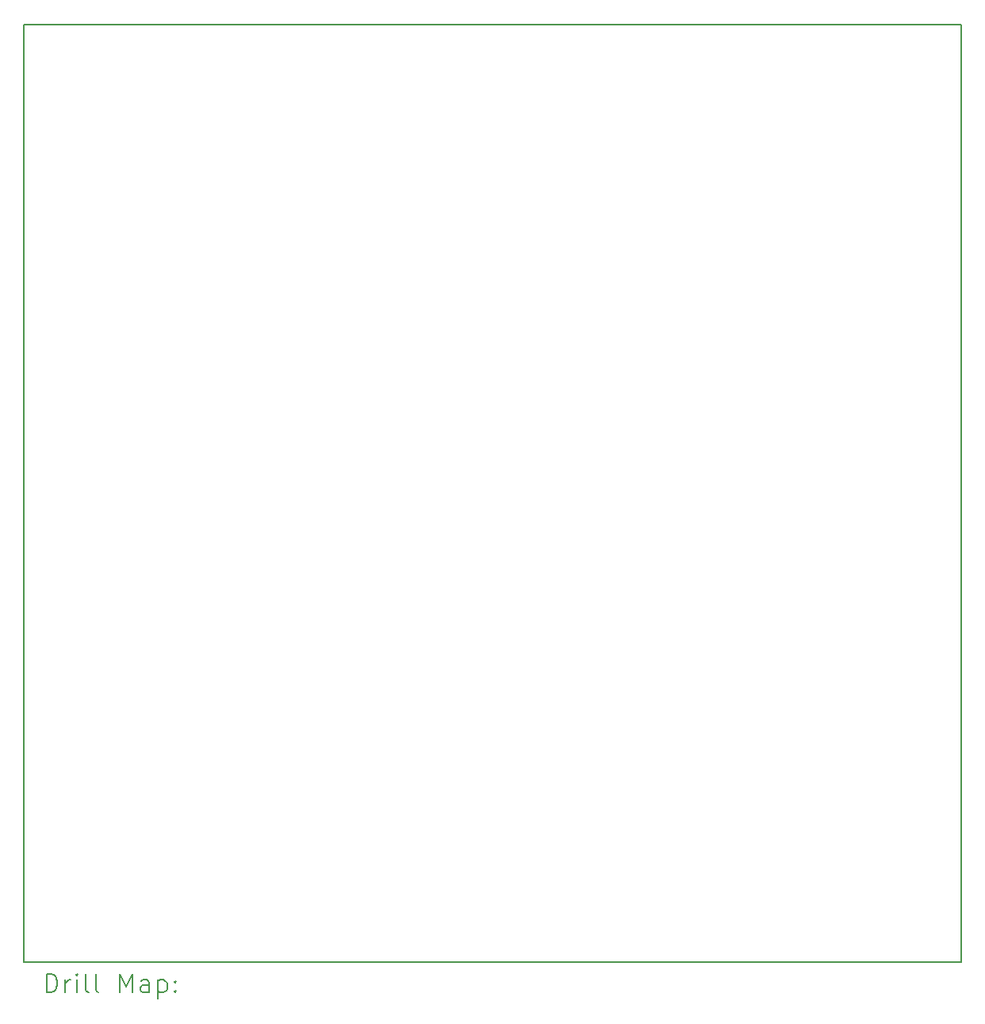
<source format=gbr>
%TF.GenerationSoftware,KiCad,Pcbnew,7.0.1*%
%TF.CreationDate,2023-04-18T17:18:08+02:00*%
%TF.ProjectId,Alexandrie,416c6578-616e-4647-9269-652e6b696361,rev?*%
%TF.SameCoordinates,Original*%
%TF.FileFunction,Drillmap*%
%TF.FilePolarity,Positive*%
%FSLAX45Y45*%
G04 Gerber Fmt 4.5, Leading zero omitted, Abs format (unit mm)*
G04 Created by KiCad (PCBNEW 7.0.1) date 2023-04-18 17:18:08*
%MOMM*%
%LPD*%
G01*
G04 APERTURE LIST*
%ADD10C,0.150000*%
%ADD11C,0.200000*%
G04 APERTURE END LIST*
D10*
X8250000Y-5250000D02*
X8250000Y-15250000D01*
X18250000Y-5250000D02*
X8250000Y-5250000D01*
X18250000Y-15250000D02*
X18250000Y-5250000D01*
X8250000Y-15250000D02*
X18250000Y-15250000D01*
D11*
X8490119Y-15570024D02*
X8490119Y-15370024D01*
X8490119Y-15370024D02*
X8537738Y-15370024D01*
X8537738Y-15370024D02*
X8566310Y-15379548D01*
X8566310Y-15379548D02*
X8585357Y-15398595D01*
X8585357Y-15398595D02*
X8594881Y-15417643D01*
X8594881Y-15417643D02*
X8604405Y-15455738D01*
X8604405Y-15455738D02*
X8604405Y-15484309D01*
X8604405Y-15484309D02*
X8594881Y-15522405D01*
X8594881Y-15522405D02*
X8585357Y-15541452D01*
X8585357Y-15541452D02*
X8566310Y-15560500D01*
X8566310Y-15560500D02*
X8537738Y-15570024D01*
X8537738Y-15570024D02*
X8490119Y-15570024D01*
X8690119Y-15570024D02*
X8690119Y-15436690D01*
X8690119Y-15474786D02*
X8699643Y-15455738D01*
X8699643Y-15455738D02*
X8709167Y-15446214D01*
X8709167Y-15446214D02*
X8728214Y-15436690D01*
X8728214Y-15436690D02*
X8747262Y-15436690D01*
X8813929Y-15570024D02*
X8813929Y-15436690D01*
X8813929Y-15370024D02*
X8804405Y-15379548D01*
X8804405Y-15379548D02*
X8813929Y-15389071D01*
X8813929Y-15389071D02*
X8823452Y-15379548D01*
X8823452Y-15379548D02*
X8813929Y-15370024D01*
X8813929Y-15370024D02*
X8813929Y-15389071D01*
X8937738Y-15570024D02*
X8918690Y-15560500D01*
X8918690Y-15560500D02*
X8909167Y-15541452D01*
X8909167Y-15541452D02*
X8909167Y-15370024D01*
X9042500Y-15570024D02*
X9023452Y-15560500D01*
X9023452Y-15560500D02*
X9013929Y-15541452D01*
X9013929Y-15541452D02*
X9013929Y-15370024D01*
X9271071Y-15570024D02*
X9271071Y-15370024D01*
X9271071Y-15370024D02*
X9337738Y-15512881D01*
X9337738Y-15512881D02*
X9404405Y-15370024D01*
X9404405Y-15370024D02*
X9404405Y-15570024D01*
X9585357Y-15570024D02*
X9585357Y-15465262D01*
X9585357Y-15465262D02*
X9575833Y-15446214D01*
X9575833Y-15446214D02*
X9556786Y-15436690D01*
X9556786Y-15436690D02*
X9518690Y-15436690D01*
X9518690Y-15436690D02*
X9499643Y-15446214D01*
X9585357Y-15560500D02*
X9566310Y-15570024D01*
X9566310Y-15570024D02*
X9518690Y-15570024D01*
X9518690Y-15570024D02*
X9499643Y-15560500D01*
X9499643Y-15560500D02*
X9490119Y-15541452D01*
X9490119Y-15541452D02*
X9490119Y-15522405D01*
X9490119Y-15522405D02*
X9499643Y-15503357D01*
X9499643Y-15503357D02*
X9518690Y-15493833D01*
X9518690Y-15493833D02*
X9566310Y-15493833D01*
X9566310Y-15493833D02*
X9585357Y-15484309D01*
X9680595Y-15436690D02*
X9680595Y-15636690D01*
X9680595Y-15446214D02*
X9699643Y-15436690D01*
X9699643Y-15436690D02*
X9737738Y-15436690D01*
X9737738Y-15436690D02*
X9756786Y-15446214D01*
X9756786Y-15446214D02*
X9766310Y-15455738D01*
X9766310Y-15455738D02*
X9775833Y-15474786D01*
X9775833Y-15474786D02*
X9775833Y-15531928D01*
X9775833Y-15531928D02*
X9766310Y-15550976D01*
X9766310Y-15550976D02*
X9756786Y-15560500D01*
X9756786Y-15560500D02*
X9737738Y-15570024D01*
X9737738Y-15570024D02*
X9699643Y-15570024D01*
X9699643Y-15570024D02*
X9680595Y-15560500D01*
X9861548Y-15550976D02*
X9871071Y-15560500D01*
X9871071Y-15560500D02*
X9861548Y-15570024D01*
X9861548Y-15570024D02*
X9852024Y-15560500D01*
X9852024Y-15560500D02*
X9861548Y-15550976D01*
X9861548Y-15550976D02*
X9861548Y-15570024D01*
X9861548Y-15446214D02*
X9871071Y-15455738D01*
X9871071Y-15455738D02*
X9861548Y-15465262D01*
X9861548Y-15465262D02*
X9852024Y-15455738D01*
X9852024Y-15455738D02*
X9861548Y-15446214D01*
X9861548Y-15446214D02*
X9861548Y-15465262D01*
M02*

</source>
